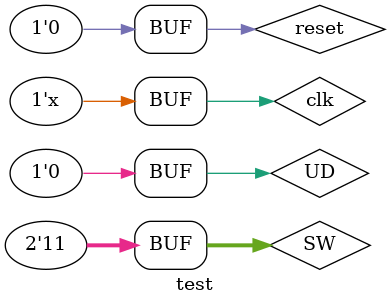
<source format=v>
`timescale 1ns / 1ps


module test;

	// Inputs
	reg clk;
	reg reset;
	reg [1:0] SW;
	reg UD;

	// Outputs
	wire [7:0] LED;

	// Instantiate the Unit Under Test (UUT)
	DEM uut (
		.clk(clk), 
		.reset(reset), 
		.SW(SW), 
		.UD(UD), 
		.LED(LED)
	);

	initial begin
	clk = 0; 
		reset = 0;
		#10;
	 	reset = 1; 
    	#10;  
		
  		reset = 0;
		
		SW = 0;
		UD = 1;

		
		SW = 1;
		UD = 1;
		#20000000;
		
		reset = 1; 
		#50000000;
		
		reset = 0;
		SW = 1;
		UD = 0;
		#50000000;
		
		SW = 2;
		UD = 1;
		#500000000;
		
		reset = 1;
		#100000000;
		
		reset = 0;
		SW = 2;
		UD = 0;
		#500000000;

      SW = 3;
		UD = 1;
		#1000000000;
		
		SW = 3;
		UD = 1;
		#1000000000;
		
		SW = 3;
		UD = 1;
		#1000000000;
		
		SW = 3;
		UD = 1;
		#1000000000;
		
		reset = 1;
		#1000000000;
		
		reset = 0;
		SW = 3;
		UD = 0;
		#1000000000;
		
		SW = 3;
		UD = 0;
		#1000000000;
		
		SW = 3;
		UD = 0;
		#1000000000;
		
		SW = 3;
		UD = 0;
		#1000000000;



				
	end
always
begin
		#10; clk = ~ clk;
end
endmodule



</source>
